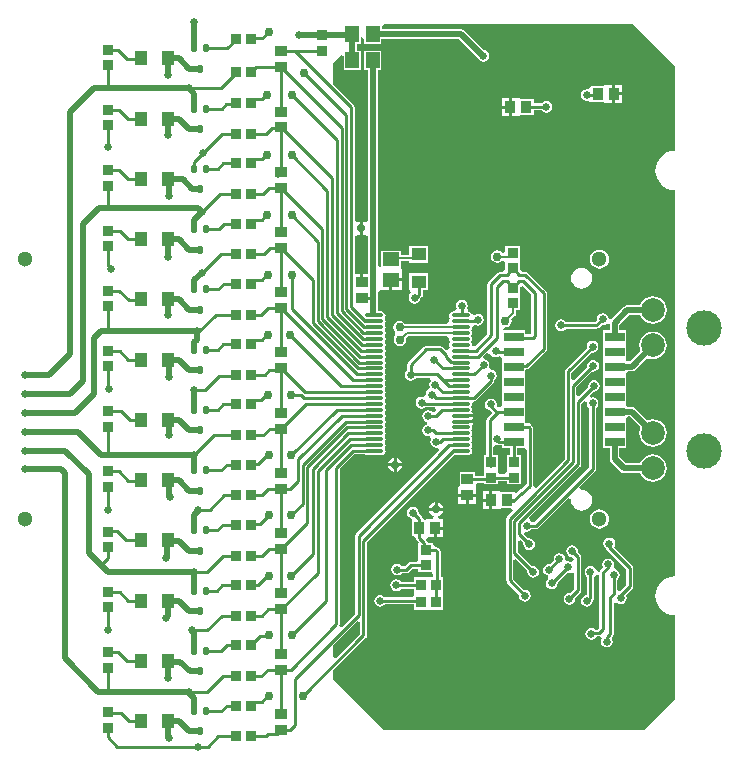
<source format=gtl>
G04*
G04 #@! TF.GenerationSoftware,Altium Limited,Altium Designer,20.0.10 (225)*
G04*
G04 Layer_Physical_Order=1*
G04 Layer_Color=255*
%FSLAX25Y25*%
%MOIN*%
G70*
G01*
G75*
%ADD15C,0.01000*%
G04:AMPARAMS|DCode=17|XSize=19.68mil|YSize=29.53mil|CornerRadius=4.92mil|HoleSize=0mil|Usage=FLASHONLY|Rotation=0.000|XOffset=0mil|YOffset=0mil|HoleType=Round|Shape=RoundedRectangle|*
%AMROUNDEDRECTD17*
21,1,0.01968,0.01968,0,0,0.0*
21,1,0.00984,0.02953,0,0,0.0*
1,1,0.00984,0.00492,-0.00984*
1,1,0.00984,-0.00492,-0.00984*
1,1,0.00984,-0.00492,0.00984*
1,1,0.00984,0.00492,0.00984*
%
%ADD17ROUNDEDRECTD17*%
%ADD18R,0.03347X0.03740*%
%ADD19R,0.03740X0.03347*%
%ADD20R,0.04528X0.05315*%
%ADD21R,0.03543X0.03937*%
%ADD22R,0.03937X0.03543*%
%ADD23R,0.05315X0.04528*%
%ADD24R,0.06575X0.02992*%
%ADD25R,0.05118X0.04331*%
%ADD26O,0.06299X0.01339*%
%ADD27R,0.04331X0.05118*%
%ADD43C,0.00800*%
%ADD44C,0.01968*%
%ADD45C,0.05118*%
%ADD46C,0.07874*%
%ADD47C,0.11811*%
%ADD48C,0.02756*%
%ADD49C,0.02681*%
%ADD50C,0.03000*%
G36*
X221949Y249803D02*
X236220Y235532D01*
Y207324D01*
X234945Y207199D01*
X233719Y206827D01*
X232589Y206223D01*
X231598Y205410D01*
X230785Y204419D01*
X230181Y203289D01*
X229809Y202063D01*
X229683Y200787D01*
X229809Y199512D01*
X230181Y198286D01*
X230785Y197156D01*
X231598Y196165D01*
X232589Y195352D01*
X233719Y194748D01*
X234945Y194376D01*
X236220Y194250D01*
X236220Y65592D01*
X234945Y65467D01*
X233719Y65095D01*
X232589Y64490D01*
X231598Y63678D01*
X230785Y62687D01*
X230181Y61557D01*
X229809Y60330D01*
X229683Y59055D01*
X229809Y57780D01*
X230181Y56554D01*
X230785Y55423D01*
X231598Y54433D01*
X232589Y53620D01*
X233719Y53016D01*
X234945Y52644D01*
X236220Y52518D01*
Y24803D01*
X225787Y14370D01*
X139208Y14370D01*
X122343Y31236D01*
Y34208D01*
X133206Y45072D01*
X133206Y45072D01*
X133449Y45436D01*
X133535Y45865D01*
Y77004D01*
X162520Y105989D01*
X167244D01*
X167739Y106088D01*
X168159Y106368D01*
X168440Y106788D01*
X168538Y107283D01*
X168440Y107779D01*
X168194Y108268D01*
X168440Y108757D01*
X168538Y109252D01*
X168440Y109747D01*
X168194Y110236D01*
X168440Y110725D01*
X168538Y111220D01*
X168440Y111716D01*
X168194Y112205D01*
X168440Y112694D01*
X168538Y113189D01*
X168440Y113684D01*
X168194Y114173D01*
X168440Y114662D01*
X168538Y115157D01*
X168440Y115653D01*
X168404Y115706D01*
X168448Y115922D01*
X168816Y116475D01*
X168847Y116626D01*
X164764D01*
Y117626D01*
X168847D01*
X168816Y117777D01*
X168594Y118110D01*
X168816Y118443D01*
X168847Y118594D01*
X164764D01*
Y119594D01*
X168847D01*
X168816Y119746D01*
X168448Y120298D01*
X168404Y120515D01*
X168440Y120568D01*
X168538Y121063D01*
X168440Y121558D01*
X168194Y122047D01*
X168440Y122536D01*
X168538Y123032D01*
X169162Y123838D01*
X169307Y123901D01*
X169622Y123964D01*
X169986Y124207D01*
X175695Y129916D01*
X175695Y129916D01*
X175938Y130280D01*
X176023Y130709D01*
X176023Y130709D01*
Y130896D01*
X176301Y131081D01*
X176730Y131723D01*
X176880Y132480D01*
X176730Y133238D01*
X176301Y133879D01*
X175659Y134308D01*
X174987Y134442D01*
X174765Y134666D01*
X174307Y135360D01*
X174419Y135925D01*
X174269Y136682D01*
X173840Y137324D01*
X173198Y137753D01*
X172689Y137854D01*
X172343Y138560D01*
X172296Y138875D01*
X173560Y140139D01*
X174645Y139810D01*
X174648Y139794D01*
X175077Y139152D01*
X175719Y138723D01*
X176476Y138573D01*
X177234Y138723D01*
X177632Y138990D01*
X177860Y138906D01*
X178632Y138357D01*
Y137549D01*
X178632D01*
Y133549D01*
X178632Y133357D01*
Y132549D01*
X178632Y132357D01*
Y128549D01*
X178632Y128357D01*
Y127549D01*
X178632Y127357D01*
Y123549D01*
X178632Y123357D01*
Y122549D01*
X178352Y122030D01*
X177972Y121888D01*
X177207Y121853D01*
X177013Y122055D01*
X176766Y122421D01*
X176849Y122835D01*
X176698Y123592D01*
X176269Y124234D01*
X175627Y124663D01*
X174870Y124813D01*
X174113Y124663D01*
X173471Y124234D01*
X173042Y123592D01*
X172891Y122835D01*
X173042Y122077D01*
X173471Y121435D01*
X174113Y121007D01*
X174515Y120927D01*
X175369Y120072D01*
X173722Y118425D01*
X173479Y118061D01*
X173393Y117631D01*
X173393Y117631D01*
Y105816D01*
X172432D01*
Y101698D01*
X172432Y100984D01*
X172432Y100270D01*
Y98956D01*
X169613D01*
Y100206D01*
X164476D01*
Y96126D01*
X164076Y95291D01*
X164076Y94629D01*
Y93020D01*
X167045D01*
X170013D01*
Y94629D01*
X170013Y95291D01*
X169811Y95713D01*
X170342Y96713D01*
X172432D01*
Y96152D01*
X177372D01*
Y97304D01*
X180109D01*
Y96152D01*
X185049D01*
Y100270D01*
X185049Y100984D01*
X185049Y101698D01*
Y105817D01*
X183641D01*
Y108357D01*
X186407Y108357D01*
X186771Y107508D01*
Y96160D01*
X183294Y93174D01*
X182557Y93513D01*
Y93513D01*
X178476D01*
X177642Y93913D01*
X176979Y93913D01*
X175370D01*
Y90945D01*
Y87976D01*
X176979D01*
X177642Y87976D01*
X178476Y88376D01*
X181756D01*
X182170Y87376D01*
X180341Y85547D01*
X180098Y85184D01*
X180013Y84754D01*
X180013Y84754D01*
Y64193D01*
X180013Y64193D01*
X180098Y63764D01*
X180341Y63400D01*
X184313Y59428D01*
X184248Y59101D01*
X184399Y58344D01*
X184828Y57702D01*
X185470Y57273D01*
X186227Y57122D01*
X186984Y57273D01*
X187626Y57702D01*
X188055Y58344D01*
X188205Y59101D01*
X188055Y59858D01*
X187626Y60500D01*
X186984Y60929D01*
X186227Y61080D01*
X185899Y61014D01*
X182256Y64658D01*
Y70830D01*
X183180Y71213D01*
X187038Y67355D01*
X186973Y67028D01*
X187123Y66270D01*
X187552Y65628D01*
X188194Y65200D01*
X188951Y65049D01*
X189708Y65200D01*
X190350Y65628D01*
X190779Y66270D01*
X190930Y67028D01*
X190779Y67785D01*
X190350Y68427D01*
X189708Y68856D01*
X188951Y69006D01*
X188624Y68941D01*
X183856Y73709D01*
Y77154D01*
X184780Y77537D01*
X185685Y76632D01*
X185620Y76305D01*
X185770Y75548D01*
X186199Y74906D01*
X186841Y74477D01*
X187598Y74326D01*
X188356Y74477D01*
X188997Y74906D01*
X189426Y75548D01*
X189577Y76305D01*
X189426Y77062D01*
X188997Y77704D01*
X188356Y78133D01*
X187598Y78283D01*
X187271Y78218D01*
X185894Y79595D01*
X186354Y80455D01*
X186456Y80503D01*
X186775Y80439D01*
X187532Y80590D01*
X188174Y81019D01*
X188359Y81296D01*
X189800D01*
X189800Y81296D01*
X190229Y81382D01*
X190593Y81625D01*
X200733Y91765D01*
X201680Y91298D01*
X201634Y90945D01*
X201753Y90043D01*
X202101Y89203D01*
X202654Y88481D01*
X203376Y87928D01*
X204216Y87580D01*
X205118Y87461D01*
X206020Y87580D01*
X206860Y87928D01*
X207582Y88481D01*
X208136Y89203D01*
X208484Y90043D01*
X208602Y90945D01*
X208484Y91847D01*
X208136Y92687D01*
X207582Y93409D01*
X206860Y93962D01*
X206020Y94310D01*
X205118Y94429D01*
X204765Y94383D01*
X204298Y95330D01*
X209553Y100585D01*
X209553Y100585D01*
X209796Y100949D01*
X209881Y101378D01*
X209881Y101378D01*
Y121644D01*
X210159Y121829D01*
X210588Y122471D01*
X210738Y123228D01*
X210588Y123986D01*
X210159Y124627D01*
X209517Y125056D01*
X208760Y125207D01*
X208340Y125124D01*
X207848Y126045D01*
X208925Y127122D01*
X209252Y127057D01*
X210009Y127208D01*
X210651Y127636D01*
X211080Y128278D01*
X211230Y129035D01*
X211080Y129793D01*
X210651Y130435D01*
X210009Y130863D01*
X209252Y131014D01*
X208495Y130863D01*
X207853Y130435D01*
X207424Y129793D01*
X207273Y129035D01*
X207339Y128708D01*
X204205Y125574D01*
X203281Y125957D01*
Y128466D01*
X208629Y133815D01*
X208957Y133750D01*
X209714Y133900D01*
X210356Y134329D01*
X210785Y134971D01*
X210935Y135728D01*
X210785Y136486D01*
X210356Y137127D01*
X209714Y137556D01*
X208957Y137707D01*
X208200Y137556D01*
X207558Y137127D01*
X207129Y136486D01*
X206978Y135728D01*
X207043Y135401D01*
X202605Y130962D01*
X201681Y131345D01*
Y133461D01*
X208433Y140213D01*
X208760Y140147D01*
X209517Y140298D01*
X210159Y140727D01*
X210588Y141369D01*
X210738Y142126D01*
X210588Y142883D01*
X210159Y143525D01*
X209517Y143954D01*
X208760Y144105D01*
X208003Y143954D01*
X207361Y143525D01*
X206932Y142883D01*
X206781Y142126D01*
X206846Y141799D01*
X199766Y134718D01*
X199523Y134354D01*
X199438Y133925D01*
X199438Y133925D01*
Y104643D01*
X189933Y95139D01*
X189919Y95143D01*
X189170Y95487D01*
X189006Y95603D01*
X189014Y95645D01*
Y114867D01*
X188929Y115296D01*
X188686Y115660D01*
X188686Y115660D01*
X188393Y115953D01*
X188393Y115953D01*
X188100Y116246D01*
X188100Y116246D01*
X187736Y116489D01*
X187307Y116574D01*
X186407Y116786D01*
Y117357D01*
X186407Y117549D01*
Y118357D01*
X186407Y118549D01*
Y122357D01*
X186407Y122549D01*
Y123357D01*
X186407Y123549D01*
Y127357D01*
X186407Y127549D01*
Y128357D01*
X186407Y128549D01*
Y132357D01*
X186407Y132549D01*
Y133357D01*
X186407Y133695D01*
X186721Y134597D01*
X187150Y134682D01*
X187514Y134925D01*
X193239Y140650D01*
X193239Y140650D01*
X193483Y141014D01*
X193568Y141443D01*
X193568Y141443D01*
Y159947D01*
X193568Y159947D01*
X193483Y160376D01*
X193239Y160740D01*
X193239Y160740D01*
X187177Y166803D01*
X186813Y167046D01*
X186384Y167131D01*
X186383Y167131D01*
X185650D01*
X184655Y168130D01*
X184655Y170768D01*
X184655Y171482D01*
Y175600D01*
X179715D01*
Y173763D01*
X178715Y173459D01*
X178581Y173660D01*
X177886Y174124D01*
X177067Y174287D01*
X176248Y174124D01*
X175553Y173660D01*
X175089Y172965D01*
X174926Y172146D01*
X175089Y171326D01*
X175553Y170632D01*
X176248Y170168D01*
X177067Y170004D01*
X177886Y170168D01*
X178581Y170632D01*
X179320Y170573D01*
X179715Y170230D01*
Y168130D01*
X178720Y167131D01*
X177987D01*
X177987Y167131D01*
X177557Y167046D01*
X177557Y167046D01*
X177193Y166803D01*
X177193Y166803D01*
X174077Y163687D01*
X174077Y163687D01*
X173925Y163460D01*
X173834Y163323D01*
X173748Y162893D01*
X173749Y162893D01*
Y146328D01*
X169827Y142406D01*
X168827Y142416D01*
X168538Y142717D01*
X168440Y143212D01*
X168194Y143701D01*
X168440Y144190D01*
X168538Y144685D01*
X168440Y145180D01*
X168194Y145669D01*
X168440Y146158D01*
X168538Y146654D01*
X168440Y147149D01*
X168194Y147638D01*
X168440Y148127D01*
X168538Y148622D01*
X169316Y149469D01*
X169494D01*
X169815Y149255D01*
X170572Y149104D01*
X171329Y149255D01*
X171971Y149684D01*
X172400Y150326D01*
X172550Y151083D01*
X172400Y151840D01*
X171971Y152482D01*
X171329Y152911D01*
X170572Y153061D01*
X169815Y152911D01*
X169510Y152707D01*
X168450Y153046D01*
X168440Y153054D01*
X168159Y153474D01*
X167739Y153755D01*
X167356Y153831D01*
X167123Y154163D01*
X166854Y154853D01*
X166985Y155050D01*
X167136Y155807D01*
X166985Y156564D01*
X166557Y157206D01*
X165915Y157635D01*
X165157Y157786D01*
X164400Y157635D01*
X163758Y157206D01*
X163330Y156564D01*
X163179Y155807D01*
X163330Y155050D01*
X163461Y154853D01*
X162926Y153853D01*
X162284D01*
X161788Y153755D01*
X161368Y153474D01*
X161088Y153054D01*
X160989Y152559D01*
X161088Y152064D01*
X161334Y151575D01*
X161088Y151086D01*
X160989Y150591D01*
X160309Y149680D01*
X160236Y149642D01*
X146333D01*
X146002Y150136D01*
X145308Y150600D01*
X144488Y150763D01*
X143669Y150600D01*
X142974Y150136D01*
X142510Y149441D01*
X142347Y148622D01*
X142510Y147803D01*
X142974Y147108D01*
X143025Y147074D01*
X143073Y145904D01*
X142608Y145209D01*
X142446Y144390D01*
X142608Y143570D01*
X143073Y142876D01*
X143767Y142412D01*
X144587Y142249D01*
X145406Y142412D01*
X146101Y142876D01*
X146565Y143570D01*
X146728Y144390D01*
X146626Y144902D01*
X147281Y145634D01*
X160236D01*
X160309Y145595D01*
X160989Y144685D01*
X161088Y144190D01*
X161334Y143701D01*
X161088Y143212D01*
X160989Y142717D01*
X161088Y142221D01*
X161167Y142064D01*
X160840Y141249D01*
X159824Y140972D01*
X158667Y142128D01*
X158303Y142371D01*
X157874Y142457D01*
X157874Y142457D01*
X153420D01*
X153420Y142457D01*
X152991Y142371D01*
X152627Y142128D01*
X152627Y142128D01*
X147349Y136850D01*
X147106Y136486D01*
X147020Y136057D01*
X147020Y136057D01*
Y134262D01*
X146743Y134076D01*
X146314Y133434D01*
X146163Y132677D01*
X146314Y131920D01*
X146743Y131278D01*
X147385Y130849D01*
X148142Y130699D01*
X148899Y130849D01*
X149541Y131278D01*
X149858Y131752D01*
X154479D01*
X154754Y131175D01*
X154855Y130752D01*
X154485Y130198D01*
X154334Y129441D01*
X154485Y128684D01*
X154361Y127911D01*
X153719Y127482D01*
X153290Y126840D01*
X153139Y126083D01*
X153141Y126076D01*
X152970Y125829D01*
X152273Y125313D01*
X151816Y125404D01*
X151058Y125253D01*
X150417Y124824D01*
X149988Y124182D01*
X149837Y123425D01*
X149988Y122668D01*
X150417Y122026D01*
X151058Y121597D01*
X151816Y121447D01*
X152573Y121597D01*
X153041Y121910D01*
X156203D01*
X156649Y120930D01*
X156237Y120381D01*
X155434Y120347D01*
X154793Y120776D01*
X154035Y120927D01*
X153278Y120776D01*
X152636Y120347D01*
X152207Y119705D01*
X152057Y118948D01*
X152207Y118191D01*
X152636Y117549D01*
X153278Y117120D01*
X153429Y117090D01*
Y116070D01*
X153278Y116041D01*
X152636Y115612D01*
X152207Y114970D01*
X152057Y114213D01*
X152207Y113455D01*
X152636Y112813D01*
X153278Y112385D01*
X154035Y112234D01*
X154441Y112315D01*
X155036Y111436D01*
X154806Y111092D01*
X154655Y110335D01*
X154806Y109578D01*
X155235Y108936D01*
X155877Y108507D01*
X156634Y108356D01*
X157192Y108467D01*
X157685Y107855D01*
X157781Y107642D01*
X130020Y79881D01*
X129777Y79517D01*
X129691Y79088D01*
X129692Y79088D01*
Y53037D01*
X125186Y48531D01*
X124381Y49126D01*
X124466Y49555D01*
X124466Y49555D01*
Y101226D01*
X129401Y106162D01*
X132937D01*
X133048Y106088D01*
X133543Y105989D01*
X138504D01*
X138999Y106088D01*
X139419Y106368D01*
X139700Y106788D01*
X139798Y107283D01*
X139700Y107779D01*
X139454Y108268D01*
X139700Y108757D01*
X139798Y109252D01*
X139700Y109747D01*
X139454Y110236D01*
X139700Y110725D01*
X139798Y111220D01*
X139700Y111716D01*
X139454Y112205D01*
X139700Y112694D01*
X139798Y113189D01*
X139700Y113684D01*
X139454Y114173D01*
X139700Y114662D01*
X139798Y115157D01*
X139700Y115653D01*
X139454Y116142D01*
X139700Y116631D01*
X139798Y117126D01*
X139700Y117621D01*
X139454Y118110D01*
X139700Y118599D01*
X139798Y119094D01*
X139700Y119590D01*
X139454Y120079D01*
X139700Y120568D01*
X139798Y121063D01*
X139700Y121558D01*
X139454Y122047D01*
X139700Y122536D01*
X139798Y123032D01*
X139700Y123527D01*
X139454Y124016D01*
X139700Y124505D01*
X139798Y125000D01*
X139700Y125495D01*
X139454Y125984D01*
X139700Y126473D01*
X139798Y126969D01*
X139700Y127464D01*
X139454Y127953D01*
X139700Y128442D01*
X139798Y128937D01*
X139700Y129432D01*
X139454Y129921D01*
X139700Y130410D01*
X139798Y130906D01*
X139700Y131401D01*
X139454Y131890D01*
X139700Y132379D01*
X139798Y132874D01*
X139700Y133369D01*
X139454Y133858D01*
X139700Y134347D01*
X139798Y134843D01*
X139700Y135338D01*
X139454Y135827D01*
X139700Y136316D01*
X139798Y136811D01*
X139700Y137306D01*
X139454Y137795D01*
X139700Y138284D01*
X139798Y138780D01*
X139700Y139275D01*
X139454Y139764D01*
X139700Y140253D01*
X139798Y140748D01*
X139700Y141243D01*
X139454Y141732D01*
X139700Y142221D01*
X139798Y142717D01*
X139700Y143212D01*
X139454Y143701D01*
X139700Y144190D01*
X139798Y144685D01*
X139700Y145180D01*
X139454Y145669D01*
X139700Y146158D01*
X139798Y146654D01*
X139700Y147149D01*
X139454Y147638D01*
X139700Y148127D01*
X139798Y148622D01*
X139700Y149117D01*
X139454Y149606D01*
X139700Y150095D01*
X139798Y150591D01*
X139700Y151086D01*
X139454Y151575D01*
X139700Y152064D01*
X139798Y152559D01*
X139700Y153054D01*
X139419Y153474D01*
X138999Y153755D01*
X138504Y153853D01*
X137147D01*
Y158455D01*
Y160457D01*
X137878Y161106D01*
X138147Y161106D01*
X141035D01*
Y164370D01*
X141535D01*
Y164870D01*
X145193D01*
Y167562D01*
X145193Y167634D01*
X144793Y168468D01*
X144793Y168634D01*
Y170628D01*
X147628D01*
Y170069D01*
X153946D01*
Y175600D01*
X147628D01*
Y172667D01*
X144793D01*
Y174124D01*
X138278D01*
Y168616D01*
X138147Y168514D01*
X137523Y168741D01*
X137147Y169181D01*
Y234243D01*
X138395D01*
Y240757D01*
X132668D01*
Y234243D01*
X133916D01*
Y184073D01*
X132916Y183539D01*
X132621Y183736D01*
X132193Y183821D01*
Y181496D01*
Y179171D01*
X132621Y179256D01*
X132916Y179454D01*
X133916Y178919D01*
Y166256D01*
X132291D01*
Y163484D01*
X131291D01*
Y166256D01*
X129468D01*
Y178920D01*
X130468Y179455D01*
X130765Y179256D01*
X131193Y179171D01*
Y181496D01*
Y183821D01*
X130765Y183736D01*
X130468Y183538D01*
X129468Y184072D01*
Y221959D01*
X129383Y222388D01*
X129140Y222752D01*
X129140Y222752D01*
X122343Y229549D01*
Y236811D01*
X124854Y239323D01*
X125778Y238940D01*
Y234243D01*
X131506D01*
Y240757D01*
X130257D01*
Y243002D01*
X131506D01*
Y245229D01*
X131668Y245337D01*
X132668Y244802D01*
Y243002D01*
X138395D01*
Y244644D01*
X164292D01*
X170489Y238447D01*
X170515Y238318D01*
X170943Y237676D01*
X171585Y237247D01*
X172343Y237096D01*
X173100Y237247D01*
X173742Y237676D01*
X174171Y238318D01*
X174321Y239075D01*
X174171Y239832D01*
X173742Y240474D01*
X173100Y240903D01*
X172478Y241026D01*
X166103Y247402D01*
X165579Y247752D01*
X164961Y247875D01*
X138601D01*
X138459Y248875D01*
X139277Y249803D01*
X221949Y249803D01*
D02*
G37*
G36*
X188303Y159676D02*
Y146157D01*
X186407D01*
Y147549D01*
X179193D01*
X179070Y147867D01*
X179697Y148553D01*
X179724Y148548D01*
X180544Y148711D01*
X181238Y149175D01*
X181703Y149870D01*
X181866Y150689D01*
X181749Y151272D01*
X182906Y152429D01*
X183127Y152759D01*
X183205Y153150D01*
Y154420D01*
X184655D01*
Y158966D01*
X184655D01*
Y159538D01*
X184655D01*
Y161910D01*
X185655Y162324D01*
X188303Y159676D01*
D02*
G37*
G36*
X177723Y109331D02*
X178632Y109166D01*
Y108357D01*
X181398D01*
Y105817D01*
X180109D01*
Y101698D01*
X180109Y100984D01*
X180109Y100254D01*
X179402Y99547D01*
X178079D01*
X177372Y100254D01*
X177372Y100984D01*
X177372Y101698D01*
Y105816D01*
X175636D01*
Y108657D01*
X176637Y109305D01*
X176955Y109242D01*
X177564Y109363D01*
X177723Y109331D01*
D02*
G37*
G36*
X206865Y123648D02*
X206781Y123228D01*
X206932Y122471D01*
X207361Y121829D01*
X207638Y121644D01*
Y101842D01*
X189335Y83539D01*
X188359D01*
X188174Y83817D01*
X187904Y83998D01*
X187655Y85163D01*
X204552Y102060D01*
X204795Y102424D01*
X204881Y102854D01*
X204881Y102854D01*
Y123078D01*
X205943Y124140D01*
X206865Y123648D01*
D02*
G37*
G36*
X131291Y50158D02*
Y46330D01*
X123266Y38304D01*
X122343Y38687D01*
Y42515D01*
X130368Y50541D01*
X131291Y50158D01*
D02*
G37*
%LPC*%
G36*
X213075Y229346D02*
X212241Y228946D01*
X208160D01*
Y228515D01*
X207160Y227889D01*
X206791Y227963D01*
X206034Y227812D01*
X205392Y227383D01*
X204963Y226741D01*
X204813Y225984D01*
X204963Y225227D01*
X205392Y224585D01*
X206034Y224156D01*
X206791Y224006D01*
X207160Y224079D01*
X208160Y223809D01*
Y223810D01*
X212241D01*
X213075Y223409D01*
X213738Y223410D01*
X215347D01*
Y226378D01*
Y229346D01*
X213075D01*
D02*
G37*
G36*
X216347Y229346D02*
Y226878D01*
X218618D01*
Y229346D01*
X216347D01*
D02*
G37*
G36*
X218618Y225878D02*
X216347D01*
Y223410D01*
X218618D01*
Y225878D01*
D02*
G37*
G36*
X180906Y224927D02*
X178635D01*
Y222459D01*
X180906D01*
Y224927D01*
D02*
G37*
G36*
X184178Y224927D02*
X183515Y224927D01*
X181906D01*
Y221959D01*
Y218990D01*
X183515D01*
X184178Y218990D01*
X185012Y219391D01*
X189093D01*
Y220926D01*
X191821D01*
X192006Y220648D01*
X192648Y220219D01*
X193405Y220069D01*
X194163Y220219D01*
X194805Y220648D01*
X195234Y221290D01*
X195384Y222047D01*
X195234Y222804D01*
X194805Y223446D01*
X194163Y223875D01*
X193405Y224026D01*
X192648Y223875D01*
X192006Y223446D01*
X191821Y223169D01*
X189093D01*
Y224528D01*
X185012D01*
X184178Y224927D01*
D02*
G37*
G36*
X180906Y221459D02*
X178635D01*
Y218990D01*
X180906D01*
Y221459D01*
D02*
G37*
G36*
X211024Y174446D02*
X210199Y174338D01*
X209431Y174019D01*
X208771Y173513D01*
X208264Y172853D01*
X207946Y172084D01*
X207837Y171260D01*
X207946Y170435D01*
X208264Y169667D01*
X208771Y169007D01*
X209431Y168500D01*
X210199Y168182D01*
X211024Y168073D01*
X211848Y168182D01*
X212617Y168500D01*
X213277Y169007D01*
X213783Y169667D01*
X214101Y170435D01*
X214210Y171260D01*
X214101Y172084D01*
X213783Y172853D01*
X213277Y173513D01*
X212617Y174019D01*
X211848Y174338D01*
X211024Y174446D01*
D02*
G37*
G36*
X205118Y168445D02*
X204216Y168326D01*
X203376Y167978D01*
X202654Y167424D01*
X202101Y166703D01*
X201753Y165862D01*
X201634Y164961D01*
X201753Y164059D01*
X202101Y163219D01*
X202654Y162497D01*
X203376Y161943D01*
X204216Y161595D01*
X205118Y161477D01*
X206020Y161595D01*
X206860Y161943D01*
X207582Y162497D01*
X208136Y163219D01*
X208484Y164059D01*
X208602Y164961D01*
X208484Y165862D01*
X208136Y166703D01*
X207582Y167424D01*
X206860Y167978D01*
X206020Y168326D01*
X205118Y168445D01*
D02*
G37*
G36*
X145193Y163870D02*
X142035D01*
Y161106D01*
X145193D01*
Y163870D01*
D02*
G37*
G36*
X153946Y166545D02*
X147628D01*
Y161014D01*
X147991D01*
X148294Y160014D01*
X148055Y159854D01*
X147626Y159213D01*
X147476Y158455D01*
X147626Y157698D01*
X148055Y157056D01*
X148697Y156627D01*
X149454Y156477D01*
X150212Y156627D01*
X150854Y157056D01*
X151283Y157698D01*
X151373Y158154D01*
X151876Y158656D01*
X151876Y158656D01*
X152119Y159020D01*
X152204Y159449D01*
Y161014D01*
X153946D01*
Y166545D01*
D02*
G37*
G36*
X228898Y158907D02*
X227713Y158751D01*
X226610Y158294D01*
X225662Y157566D01*
X224935Y156619D01*
X224656Y155946D01*
X220385D01*
X219766Y155823D01*
X219242Y155473D01*
X215029Y151259D01*
X214994Y151260D01*
X214663Y151316D01*
X214022Y151586D01*
X213934Y152026D01*
X213505Y152668D01*
X212863Y153097D01*
X212106Y153248D01*
X211349Y153097D01*
X210707Y152668D01*
X210278Y152026D01*
X210128Y151269D01*
X210162Y151095D01*
X209488Y150334D01*
X199911D01*
X199726Y150612D01*
X199084Y151041D01*
X198327Y151191D01*
X197570Y151041D01*
X196928Y150612D01*
X196499Y149970D01*
X196348Y149213D01*
X196499Y148455D01*
X196928Y147813D01*
X197570Y147385D01*
X198327Y147234D01*
X199084Y147385D01*
X199726Y147813D01*
X199911Y148091D01*
X210050D01*
X210050Y148091D01*
X210479Y148176D01*
X210843Y148419D01*
X211779Y149355D01*
X212106Y149290D01*
X212863Y149441D01*
X213505Y149870D01*
X214487Y149539D01*
Y147549D01*
X212215D01*
Y143549D01*
X212215Y143357D01*
Y142549D01*
X212215Y142357D01*
Y138549D01*
X212215Y138357D01*
Y137549D01*
X212215Y137357D01*
Y133549D01*
X212215Y133357D01*
Y132549D01*
X212215Y132357D01*
Y128549D01*
X212215Y128357D01*
Y127549D01*
X212215Y127357D01*
Y123549D01*
X212215Y123357D01*
Y122549D01*
X212215Y122357D01*
Y118549D01*
X212215Y118357D01*
Y117549D01*
X212215Y117357D01*
Y113549D01*
X212215Y113357D01*
Y112549D01*
X212215Y112357D01*
Y108357D01*
X214487D01*
Y104764D01*
X214610Y104146D01*
X214960Y103622D01*
X218149Y100433D01*
X218673Y100083D01*
X219291Y99960D01*
X224656D01*
X224935Y99287D01*
X225662Y98339D01*
X226610Y97612D01*
X227713Y97155D01*
X228898Y96999D01*
X230082Y97155D01*
X231186Y97612D01*
X232134Y98339D01*
X232861Y99287D01*
X233318Y100391D01*
X233474Y101575D01*
X233318Y102759D01*
X232861Y103863D01*
X232134Y104811D01*
X231186Y105538D01*
X230082Y105995D01*
X228898Y106151D01*
X227713Y105995D01*
X226610Y105538D01*
X225662Y104811D01*
X224935Y103863D01*
X224656Y103190D01*
X219960D01*
X217718Y105433D01*
Y108357D01*
X219990D01*
Y112357D01*
X219990Y112549D01*
Y113357D01*
X219990Y113549D01*
Y117357D01*
X219990Y117549D01*
Y118357D01*
X220870Y118837D01*
X221162D01*
X224756Y115243D01*
X224477Y114570D01*
X224322Y113386D01*
X224477Y112201D01*
X224935Y111098D01*
X225662Y110150D01*
X226610Y109423D01*
X227713Y108966D01*
X228898Y108810D01*
X230082Y108966D01*
X231186Y109423D01*
X232134Y110150D01*
X232861Y111098D01*
X233318Y112201D01*
X233474Y113386D01*
X233318Y114570D01*
X232861Y115674D01*
X232134Y116622D01*
X231186Y117349D01*
X230082Y117806D01*
X228898Y117962D01*
X227713Y117806D01*
X227041Y117527D01*
X222973Y121595D01*
X222449Y121945D01*
X221831Y122068D01*
X220471D01*
X219990Y122549D01*
Y123357D01*
X219990Y123549D01*
Y127357D01*
X219990Y127549D01*
Y128357D01*
X219990Y128549D01*
Y132357D01*
X219990Y132549D01*
Y133357D01*
X220870Y133837D01*
X221831D01*
X222449Y133960D01*
X222973Y134311D01*
X227041Y138378D01*
X227713Y138100D01*
X228898Y137943D01*
X230082Y138100D01*
X231186Y138557D01*
X232134Y139284D01*
X232861Y140232D01*
X233318Y141335D01*
X233474Y142520D01*
X233318Y143704D01*
X232861Y144808D01*
X232134Y145756D01*
X231186Y146483D01*
X230082Y146940D01*
X228898Y147096D01*
X227713Y146940D01*
X226610Y146483D01*
X225662Y145756D01*
X224935Y144808D01*
X224477Y143704D01*
X224322Y142520D01*
X224477Y141335D01*
X224756Y140663D01*
X221380Y137286D01*
X220252Y137286D01*
X219990Y137549D01*
Y138357D01*
X219990Y138549D01*
Y142357D01*
X219990Y142549D01*
Y143357D01*
X219990Y143549D01*
Y147549D01*
X217718D01*
Y149380D01*
X221054Y152715D01*
X224656D01*
X224935Y152043D01*
X225662Y151095D01*
X226610Y150368D01*
X227713Y149910D01*
X228898Y149755D01*
X230082Y149910D01*
X231186Y150368D01*
X232134Y151095D01*
X232861Y152043D01*
X233318Y153146D01*
X233474Y154331D01*
X233318Y155515D01*
X232861Y156619D01*
X232134Y157566D01*
X231186Y158294D01*
X230082Y158751D01*
X228898Y158907D01*
D02*
G37*
G36*
X143425Y105079D02*
Y103254D01*
X145250D01*
X145165Y103682D01*
X144639Y104468D01*
X143853Y104994D01*
X143425Y105079D01*
D02*
G37*
G36*
X142425D02*
X141997Y104994D01*
X141210Y104468D01*
X140685Y103682D01*
X140600Y103254D01*
X142425D01*
Y105079D01*
D02*
G37*
G36*
X145250Y102254D02*
X143425D01*
Y100429D01*
X143853Y100514D01*
X144639Y101039D01*
X145165Y101826D01*
X145250Y102254D01*
D02*
G37*
G36*
X142425D02*
X140600D01*
X140685Y101826D01*
X141210Y101039D01*
X141997Y100514D01*
X142425Y100429D01*
Y102254D01*
D02*
G37*
G36*
X174370Y93913D02*
X172098D01*
Y91445D01*
X174370D01*
Y93913D01*
D02*
G37*
G36*
X170013Y92020D02*
X167545D01*
Y89748D01*
X170013D01*
Y92020D01*
D02*
G37*
G36*
X166545D02*
X164076D01*
Y89748D01*
X166545D01*
Y92020D01*
D02*
G37*
G36*
X157134Y90157D02*
Y88332D01*
X158959D01*
X158874Y88760D01*
X158348Y89546D01*
X157562Y90072D01*
X157134Y90157D01*
D02*
G37*
G36*
X156134D02*
X155706Y90072D01*
X154919Y89546D01*
X154394Y88760D01*
X154309Y88332D01*
X156134D01*
Y90157D01*
D02*
G37*
G36*
X174370Y90445D02*
X172098D01*
Y87976D01*
X174370D01*
Y90445D01*
D02*
G37*
G36*
X211024Y87832D02*
X210199Y87723D01*
X209431Y87405D01*
X208771Y86899D01*
X208264Y86239D01*
X207946Y85470D01*
X207837Y84646D01*
X207946Y83821D01*
X208264Y83052D01*
X208771Y82393D01*
X209431Y81886D01*
X210199Y81568D01*
X211024Y81459D01*
X211848Y81568D01*
X212617Y81886D01*
X213277Y82393D01*
X213783Y83052D01*
X214101Y83821D01*
X214210Y84646D01*
X214101Y85470D01*
X213783Y86239D01*
X213277Y86899D01*
X212617Y87405D01*
X211848Y87723D01*
X211024Y87832D01*
D02*
G37*
G36*
X159084Y81094D02*
X156813D01*
Y78626D01*
X159084D01*
Y81094D01*
D02*
G37*
G36*
X148917Y88790D02*
X148160Y88639D01*
X147518Y88210D01*
X147089Y87568D01*
X146939Y86811D01*
X147089Y86054D01*
X147518Y85412D01*
X148160Y84983D01*
X148182Y84979D01*
X148626Y84163D01*
Y79026D01*
X149180D01*
X149876Y78406D01*
X149962Y77976D01*
X150205Y77613D01*
X150828Y76990D01*
X150660Y76584D01*
X150660D01*
Y72466D01*
X150660Y71752D01*
X150660Y71022D01*
X149953Y70315D01*
X148142D01*
X148142Y70315D01*
X147713Y70229D01*
X147349Y69986D01*
X146280Y68917D01*
X145266D01*
X145081Y69194D01*
X144439Y69623D01*
X143682Y69774D01*
X142925Y69623D01*
X142283Y69194D01*
X141854Y68552D01*
X141703Y67795D01*
X141854Y67038D01*
X142283Y66396D01*
X142925Y65967D01*
X143682Y65817D01*
X144439Y65967D01*
X145081Y66396D01*
X145266Y66674D01*
X146744D01*
X146744Y66674D01*
X147173Y66759D01*
X147537Y67002D01*
X148606Y68071D01*
X150660D01*
Y66920D01*
X155185Y66920D01*
X155699Y65961D01*
X155527Y65584D01*
X155209Y65265D01*
X154167Y65265D01*
X153453Y65265D01*
X149335D01*
Y63720D01*
X144981D01*
X144795Y63998D01*
X144153Y64426D01*
X143396Y64577D01*
X142639Y64426D01*
X141997Y63998D01*
X141568Y63356D01*
X141418Y62598D01*
X141568Y61841D01*
X141997Y61199D01*
X142639Y60770D01*
X143396Y60620D01*
X144153Y60770D01*
X144795Y61199D01*
X144981Y61477D01*
X149335D01*
Y60397D01*
X149335Y60325D01*
Y59397D01*
X148905Y58503D01*
X139577D01*
X139391Y58781D01*
X138749Y59210D01*
X137992Y59360D01*
X137235Y59210D01*
X136593Y58781D01*
X136164Y58139D01*
X136014Y57382D01*
X136164Y56625D01*
X136593Y55983D01*
X137235Y55554D01*
X137992Y55403D01*
X138749Y55554D01*
X139391Y55983D01*
X139577Y56260D01*
X149335D01*
Y54457D01*
X153453D01*
X154167Y54457D01*
X154881Y54457D01*
X159000D01*
Y59397D01*
X159000D01*
Y60325D01*
X159000D01*
Y65265D01*
X158159D01*
Y73725D01*
X158074Y74155D01*
X157830Y74518D01*
X157830Y74518D01*
X157245Y75104D01*
X156881Y75347D01*
X156452Y75433D01*
X155600Y75887D01*
Y76584D01*
X154812D01*
X153852Y76673D01*
X153767Y77102D01*
X153523Y77466D01*
X153523Y77466D01*
X153238Y77752D01*
X153778Y78626D01*
X154204Y78626D01*
X155813D01*
Y81595D01*
X156313D01*
Y82095D01*
X159084D01*
Y84563D01*
X157515D01*
X157416Y85563D01*
X157562Y85592D01*
X158348Y86118D01*
X158874Y86904D01*
X158959Y87332D01*
X154309D01*
X154394Y86904D01*
X154919Y86118D01*
X155706Y85592D01*
X155851Y85563D01*
X155753Y84563D01*
X153541Y84563D01*
X152974Y84291D01*
X152102Y84816D01*
X152034Y85160D01*
X151791Y85524D01*
X151791Y85524D01*
X150831Y86484D01*
X150896Y86811D01*
X150745Y87568D01*
X150317Y88210D01*
X149675Y88639D01*
X148917Y88790D01*
D02*
G37*
G36*
X201969Y75896D02*
X201211Y75745D01*
X200569Y75316D01*
X200141Y74674D01*
X199990Y73917D01*
X200141Y73160D01*
X200569Y72518D01*
X201211Y72089D01*
X201969Y71939D01*
X202475Y71421D01*
X202505Y71200D01*
X202412Y70707D01*
X201405Y70294D01*
X201348Y70332D01*
X200591Y70482D01*
X200579Y70480D01*
X199715Y71260D01*
X199702Y71325D01*
X199564Y72017D01*
X199135Y72659D01*
X198493Y73088D01*
X197736Y73238D01*
X196979Y73088D01*
X196337Y72659D01*
X195908Y72017D01*
X195758Y71260D01*
X195823Y70933D01*
X194525Y69634D01*
X194202Y69698D01*
X193445Y69548D01*
X192803Y69119D01*
X192374Y68477D01*
X192224Y67720D01*
X192374Y66963D01*
X192803Y66321D01*
X193445Y65892D01*
X193822Y65817D01*
X194055Y64770D01*
X193788Y64591D01*
X193359Y63949D01*
X193208Y63192D01*
X193359Y62435D01*
X193788Y61793D01*
X194430Y61364D01*
X195187Y61213D01*
X195944Y61364D01*
X196586Y61793D01*
X197015Y62435D01*
X197165Y63192D01*
X197115Y63443D01*
X200263Y66590D01*
X200591Y66525D01*
X201348Y66676D01*
X201717Y66923D01*
X202608Y66573D01*
X202717Y66480D01*
Y61291D01*
X201410Y59984D01*
X201083Y60049D01*
X200325Y59899D01*
X199684Y59470D01*
X199255Y58828D01*
X199104Y58071D01*
X199255Y57314D01*
X199684Y56672D01*
X200325Y56243D01*
X201083Y56092D01*
X201840Y56243D01*
X202482Y56672D01*
X202911Y57314D01*
X203061Y58071D01*
X202996Y58398D01*
X204632Y60034D01*
X204632Y60034D01*
X204875Y60398D01*
X204960Y60827D01*
X204960Y60827D01*
Y72047D01*
X204875Y72476D01*
X204632Y72840D01*
X204632Y72840D01*
X203882Y73590D01*
X203947Y73917D01*
X203797Y74674D01*
X203368Y75316D01*
X202726Y75745D01*
X201969Y75896D01*
D02*
G37*
G36*
X214370Y78455D02*
X213613Y78304D01*
X212971Y77875D01*
X212542Y77234D01*
X212391Y76476D01*
X212542Y75719D01*
X212971Y75077D01*
X213322Y74843D01*
X213334Y74782D01*
X213577Y74418D01*
X220040Y67955D01*
Y62669D01*
X217968Y60597D01*
X216968Y61012D01*
Y64459D01*
X217246Y64644D01*
X217674Y65286D01*
X217825Y66043D01*
X217674Y66800D01*
X217246Y67442D01*
X216604Y67871D01*
X216453Y67901D01*
X215849Y68673D01*
X215850Y68963D01*
X215955Y69488D01*
X215804Y70245D01*
X215375Y70887D01*
X214734Y71316D01*
X213976Y71467D01*
X213219Y71316D01*
X212577Y70887D01*
X212148Y70245D01*
X211998Y69488D01*
X212148Y68731D01*
X212336Y68450D01*
X211371Y67484D01*
X211313Y67427D01*
X211287Y67396D01*
X211168Y67258D01*
X210891Y67078D01*
X209948Y67572D01*
X209936Y67595D01*
X209899Y67785D01*
X209470Y68427D01*
X208828Y68856D01*
X208071Y69006D01*
X207314Y68856D01*
X206672Y68427D01*
X206243Y67785D01*
X206092Y67028D01*
X206243Y66270D01*
X206672Y65628D01*
X206949Y65443D01*
Y59409D01*
X206890Y59360D01*
X206133Y59210D01*
X205491Y58781D01*
X205062Y58139D01*
X204911Y57382D01*
X205062Y56625D01*
X205491Y55983D01*
X206133Y55554D01*
X206890Y55403D01*
X207647Y55554D01*
X208289Y55983D01*
X208718Y56625D01*
X208868Y57382D01*
X208803Y57709D01*
X208864Y57770D01*
X208864Y57770D01*
X209107Y58134D01*
X209192Y58563D01*
Y65443D01*
X209470Y65628D01*
X209784Y66099D01*
X209899Y66270D01*
X209925Y66296D01*
X209987Y66354D01*
X210985Y65938D01*
Y48299D01*
X210487Y47802D01*
X209699D01*
X209123Y48186D01*
X208366Y48337D01*
X207609Y48186D01*
X206967Y47757D01*
X206538Y47115D01*
X206388Y46358D01*
X206538Y45601D01*
X206967Y44959D01*
X207609Y44530D01*
X208366Y44380D01*
X209123Y44530D01*
X209765Y44959D01*
X210166Y45558D01*
X210951D01*
X210952Y45558D01*
X211263Y45620D01*
X211564Y45362D01*
X211924Y44810D01*
X211755Y44556D01*
X211604Y43799D01*
X211755Y43042D01*
X212184Y42400D01*
X212825Y41971D01*
X213583Y41821D01*
X214340Y41971D01*
X214982Y42400D01*
X215411Y43042D01*
X215561Y43799D01*
X215411Y44556D01*
X215377Y44607D01*
X215458Y45565D01*
X215702Y45929D01*
X215787Y46358D01*
X215787Y46358D01*
Y56599D01*
X216787Y56903D01*
X216810Y56869D01*
X217452Y56440D01*
X218209Y56289D01*
X218966Y56440D01*
X219608Y56869D01*
X220037Y57511D01*
X220187Y58268D01*
X220037Y59025D01*
X219849Y59306D01*
X221954Y61412D01*
X221954Y61412D01*
X222198Y61775D01*
X222283Y62205D01*
Y68420D01*
X222283Y68420D01*
X222198Y68849D01*
X221954Y69213D01*
X221954Y69213D01*
X215898Y75270D01*
X216198Y75719D01*
X216349Y76476D01*
X216198Y77234D01*
X215769Y77875D01*
X215127Y78304D01*
X214370Y78455D01*
D02*
G37*
%LPD*%
D15*
X89961Y244448D02*
Y244644D01*
X87009Y241496D02*
X89961Y244448D01*
X79868Y241496D02*
X87009D01*
X94980Y233563D02*
Y233760D01*
X96457Y235236D01*
X104770D01*
X74114Y228445D02*
X84941D01*
X89862Y233366D01*
Y233563D01*
X175682Y97835D02*
X176272Y98424D01*
X167045Y97835D02*
X175682D01*
X176272Y98424D02*
X176857D01*
X176857Y98425D02*
X182579D01*
X176857Y98424D02*
X176857Y98425D01*
X182238Y90789D02*
X187893Y95645D01*
X181825Y90820D02*
X182238Y90789D01*
X180185Y90945D02*
X181825Y90820D01*
X187893Y95645D02*
Y114867D01*
X187600Y115160D02*
X187893Y114867D01*
X187307Y115453D02*
X187600Y115160D01*
X203759Y102854D02*
Y123543D01*
X184334Y83429D02*
X203759Y102854D01*
X182520Y115453D02*
X187307D01*
X202159Y103516D02*
Y128931D01*
X182734Y84092D02*
X202159Y103516D01*
X188095Y91715D02*
X188095D01*
X200559Y104179D02*
Y133925D01*
X188095Y91715D02*
X200559Y104179D01*
X189800Y82418D02*
X208760Y101378D01*
Y123228D01*
X186775Y82418D02*
X189800D01*
X174515Y117631D02*
X176955Y120072D01*
X174515Y102756D02*
Y117631D01*
Y102756D02*
X174902Y102369D01*
X203759Y123543D02*
X209252Y129035D01*
X202159Y128931D02*
X208957Y135728D01*
X182734Y73244D02*
Y84092D01*
Y73244D02*
X188951Y67028D01*
X151816Y123425D02*
X152270D01*
X152664Y123032D01*
X164764D01*
X200559Y133925D02*
X208760Y142126D01*
X181134Y84754D02*
X188095Y91715D01*
X181134Y64193D02*
Y84754D01*
Y64193D02*
X186227Y59101D01*
X164699Y136876D02*
X164764Y136811D01*
X161685Y136876D02*
X164699D01*
X159780Y138781D02*
X161685Y136876D01*
X159780Y138781D02*
Y139430D01*
X157874Y141335D02*
X159780Y139430D01*
X153420Y141335D02*
X157874D01*
X148142Y136057D02*
X153420Y141335D01*
X148142Y132677D02*
Y136057D01*
X164764Y132874D02*
X169390D01*
X172441Y135925D01*
X164764Y150591D02*
X169625D01*
X170117Y151083D01*
X170572D01*
X164764Y152559D02*
X165001D01*
X165157Y152715D01*
Y155807D01*
X177723Y110453D02*
X182520D01*
X176955Y111220D02*
X177723Y110453D01*
X176955Y120072D02*
X177336Y120453D01*
X174870Y122158D02*
X176955Y120072D01*
X174870Y122158D02*
Y122835D01*
X177336Y120453D02*
X182520D01*
Y103603D02*
Y110453D01*
Y103603D02*
X182579Y103543D01*
X85433Y32283D02*
X89961D01*
X80216Y27067D02*
X85433Y32283D01*
X74213Y27067D02*
X80216D01*
X95079Y152756D02*
X98275D01*
X100440Y154921D01*
X104770D01*
X95079Y172835D02*
X99114D01*
X101280Y175000D01*
X104770D01*
X95079Y192913D02*
X98868D01*
X101034Y195079D01*
X104770D01*
X104639Y215027D02*
X104770Y215157D01*
X101887Y215027D02*
X104639D01*
X99852Y212992D02*
X101887Y215027D01*
X95079Y212992D02*
X99852D01*
X186721Y221959D02*
X186809Y222047D01*
X193405D01*
X210138Y225984D02*
X210531Y226378D01*
X206791Y225984D02*
X210138D01*
X176575Y140453D02*
X182520D01*
X176476Y140551D02*
X176575Y140453D01*
X185555Y164010D02*
X189425Y160140D01*
Y145621D02*
Y160140D01*
X182937Y145035D02*
X188839D01*
X189425Y145621D01*
X182520Y145453D02*
X182937Y145035D01*
X183555Y163424D02*
X184141Y164010D01*
X183555Y162984D02*
Y163424D01*
X184141Y164010D02*
X185555D01*
X186384Y166010D02*
X192446Y159947D01*
X186721Y135718D02*
X192446Y141443D01*
Y159947D01*
X182785Y135718D02*
X186721D01*
X182520Y135453D02*
X182785Y135718D01*
X156018Y137584D02*
X158760Y134843D01*
X156018Y137584D02*
Y137697D01*
X158760Y134843D02*
X164764D01*
X131791Y158169D02*
X135245D01*
X135531Y158455D01*
X149454D02*
X150089D01*
X151083Y159449D01*
Y162697D01*
X148142Y132677D02*
X148339Y132874D01*
X158858Y130906D02*
X160762Y129002D01*
X156890Y132874D02*
X158858Y130906D01*
X164764D01*
X148339Y132874D02*
X156890D01*
X164699Y129002D02*
X164764Y128937D01*
X160762Y129002D02*
X164699D01*
X158785Y126969D02*
X164764D01*
X156313Y129441D02*
X158785Y126969D01*
X156656Y125000D02*
X164764D01*
X155573Y126083D02*
X156656Y125000D01*
X155118Y126083D02*
X155573D01*
X156634Y110335D02*
X157874D01*
X158760Y111220D01*
X164764D01*
X130813Y79088D02*
X160912Y109187D01*
X130813Y52572D02*
Y79088D01*
X154035Y114213D02*
X155610D01*
X156634Y113189D01*
X164764D01*
X154035Y118948D02*
X156639D01*
X158689Y120998D02*
X164699D01*
X156639Y118948D02*
X158689Y120998D01*
X164699D02*
X164764Y121063D01*
X162228Y107283D02*
X164764D01*
X132413Y77468D02*
X162228Y107283D01*
X160912Y109187D02*
X164699D01*
X164764Y109252D01*
X109539Y31298D02*
X130813Y52572D01*
X107972Y14370D02*
X109539Y15936D01*
Y31298D01*
X104770Y14370D02*
X107972D01*
X112139Y25591D02*
Y25591D01*
X132413Y45865D02*
Y77468D01*
X112139Y25591D02*
X132413Y45865D01*
X156726Y56927D02*
Y62795D01*
X153130Y74311D02*
X156452D01*
X156726Y62795D02*
X157037Y63106D01*
Y73725D01*
X156452Y74311D02*
X157037Y73725D01*
X152730Y74711D02*
X153130Y74311D01*
X152730Y74711D02*
Y76673D01*
X150998Y78406D02*
X152730Y76673D01*
X150998Y78406D02*
Y81595D01*
Y84730D01*
X148917Y86811D02*
X150998Y84730D01*
X151153Y57382D02*
X151608Y56927D01*
X137992Y57382D02*
X151153D01*
X151411Y62598D02*
X151608Y62795D01*
X143396Y62598D02*
X151411D01*
X148142Y69193D02*
X153130D01*
X143682Y67795D02*
X146744D01*
X148142Y69193D01*
X198327Y149213D02*
X210050D01*
X212106Y151269D01*
X169193Y125000D02*
X174902Y130709D01*
Y132480D01*
X164764Y125000D02*
X169193D01*
X184334Y79569D02*
X187598Y76305D01*
X184334Y79569D02*
Y83429D01*
X218209Y59252D02*
X221161Y62205D01*
X218209Y58268D02*
Y59252D01*
X214665Y46358D02*
Y58505D01*
X213583Y45276D02*
X214665Y46358D01*
X215846Y59686D02*
Y66043D01*
X214665Y58505D02*
X215846Y59686D01*
X213976Y68504D02*
Y69488D01*
X212106Y66634D02*
X213976Y68504D01*
X212106Y47835D02*
Y66634D01*
X214370Y75211D02*
Y76476D01*
Y75211D02*
X221161Y68420D01*
Y62205D02*
Y68420D01*
X208071Y58563D02*
Y67028D01*
X206890Y57382D02*
X208071Y58563D01*
X210952Y46680D02*
X212106Y47835D01*
X208688Y46680D02*
X210952D01*
X208366Y46358D02*
X208688Y46680D01*
X213583Y43799D02*
Y45276D01*
X195187Y63192D02*
X195279D01*
X200591Y68504D01*
X201969Y73917D02*
X203839Y72047D01*
Y60827D02*
Y72047D01*
X201083Y58071D02*
X203839Y60827D01*
X194202Y67720D02*
Y67726D01*
X197736Y71260D01*
X109755Y240551D02*
X118550D01*
X104770D02*
X109755D01*
X118550D02*
X118747Y240748D01*
X111024Y246063D02*
X111221Y245866D01*
X95079Y62795D02*
X97293D01*
X115547Y73027D02*
Y96846D01*
X117147Y66708D02*
Y96182D01*
X104967Y54528D02*
X117147Y66708D01*
X119874Y57276D02*
Y96646D01*
X108661Y46063D02*
X119874Y57276D01*
X128937Y107283D02*
X136024D01*
X123345Y101691D02*
X128937Y107283D01*
X123345Y49555D02*
Y101691D01*
X108238Y34449D02*
X123345Y49555D01*
X128248Y109252D02*
X132480Y109252D01*
X119874Y100878D02*
X128248Y109252D01*
X127884Y111220D02*
X133268D01*
X127320Y113189D02*
X133268D01*
X119874Y96646D02*
X119874Y100878D01*
X132480Y109252D02*
X133268D01*
X117147Y100483D02*
X127884Y111220D01*
X117147Y96182D02*
X117147Y100483D01*
X115547Y101416D02*
X127320Y113189D01*
X115547Y96846D02*
X115547Y101416D01*
X113739Y102003D02*
X126893Y115157D01*
X113739Y98373D02*
X113739Y102003D01*
X126893Y115157D02*
X133268D01*
X95079Y82874D02*
X97835D01*
X126511Y117126D02*
X130217Y117126D01*
X115158Y105773D02*
X126511Y117126D01*
X125134Y119094D02*
X133268D01*
X123425Y121063D02*
X133268D01*
X112139Y102754D02*
X115158Y105773D01*
X112139Y89698D02*
Y102754D01*
X113739Y83378D02*
Y98373D01*
X110539Y104499D02*
X125134Y119094D01*
X110539Y97251D02*
Y104499D01*
X107972Y94685D02*
X110539Y97251D01*
X108268Y85827D02*
X112139Y89698D01*
X104967Y74606D02*
X113739Y83378D01*
X108268Y65748D02*
X115547Y73027D01*
X104770Y94685D02*
X107972D01*
X104770Y34449D02*
X108238D01*
X104770Y19685D02*
Y34449D01*
X99833Y12205D02*
X100726Y13098D01*
X103498D01*
X104770Y14370D01*
X95079Y12205D02*
X99833D01*
X100457Y34449D02*
X104770D01*
X98291Y32283D02*
X100457Y34449D01*
X95079Y32283D02*
X98291D01*
X98573Y52362D02*
X100738Y54528D01*
X95079Y52362D02*
X98573D01*
X100738Y54528D02*
X104770D01*
X98705Y72441D02*
X100870Y74606D01*
X95079Y72441D02*
X98705D01*
X100870Y74606D02*
X104770D01*
X98563Y92520D02*
X100728Y94685D01*
X95079Y92520D02*
X98563D01*
X100728Y94685D02*
X104770D01*
X95079Y112598D02*
X98976D01*
X101142Y114764D01*
X104770D01*
X100945Y134184D02*
X104111D01*
X104770Y134843D01*
X99439Y132677D02*
X100945Y134184D01*
X95079Y132677D02*
X99439D01*
X47146Y47717D02*
X47289Y47860D01*
Y55217D01*
X46949Y106104D02*
X47289Y106444D01*
Y115453D01*
X47092Y87598D02*
Y95177D01*
X47289Y95374D01*
Y128104D02*
X47441Y127953D01*
X47289Y128104D02*
Y135532D01*
Y147244D02*
Y155610D01*
Y168852D02*
X48130Y168012D01*
X47289Y168852D02*
Y175689D01*
X46949Y228445D02*
X47289Y228785D01*
Y235925D01*
Y208740D02*
Y215846D01*
X47146Y208740D02*
X47289D01*
X46949Y188422D02*
X47289Y188763D01*
Y195768D01*
X84608Y192913D02*
X90354D01*
X84842Y172933D02*
X90158D01*
X83169Y152756D02*
X90059D01*
X76846Y147244D02*
X77658D01*
X83169Y152756D01*
X44882Y69336D02*
X47289Y71744D01*
Y75295D01*
X78919Y206675D02*
X85236Y212992D01*
X75931Y203687D02*
X78919Y206675D01*
X78642Y186947D02*
X84608Y192913D01*
X78642Y166732D02*
X84842Y172933D01*
X84252Y132480D02*
X90158D01*
X79573Y127801D02*
X84252Y132480D01*
X75931Y127801D02*
X79573D01*
X75931Y101234D02*
X76083Y101083D01*
X82426Y112598D02*
X89961D01*
X75931Y106104D02*
X82426Y112598D01*
X77248Y87598D02*
X81095D01*
X86016Y92520D01*
X89961D01*
X75931Y67126D02*
X80216D01*
X85532Y72441D01*
X89961D01*
X80413Y47539D02*
X85236Y52362D01*
X89961D01*
X75394Y47539D02*
X80413D01*
X47146Y27067D02*
X47289Y27211D01*
Y35138D01*
X83957Y12205D02*
X89961D01*
X80512Y8760D02*
X83957Y12205D01*
X77264Y8760D02*
X80512D01*
X50415D02*
X77264D01*
X47289Y11886D02*
X50415Y8760D01*
X47289Y11886D02*
Y15059D01*
X53642Y238090D02*
X58169D01*
X50689Y241043D02*
X53642Y238090D01*
X47289Y241043D02*
X50689D01*
X46949Y220965D02*
X51083D01*
X53937Y218110D01*
X58116D01*
X85236Y212992D02*
X89961D01*
X75931Y201339D02*
Y203687D01*
X53839Y197835D02*
X58071D01*
X50787Y200886D02*
X53839Y197835D01*
X47289Y200886D02*
X50787D01*
X47146Y180610D02*
X51181D01*
X53838Y177953D01*
X58116D01*
X75931Y161181D02*
X76067Y161317D01*
X54134Y157579D02*
X58268D01*
X50984Y160728D02*
X54134Y157579D01*
X47289Y160728D02*
X50984D01*
X47441Y140551D02*
X51181D01*
X53937Y137795D01*
X58116D01*
X53959Y118209D02*
X54451Y117717D01*
X53937Y118209D02*
X53959D01*
X54451Y117717D02*
X58071D01*
X51575Y120571D02*
X53937Y118209D01*
X47289Y120571D02*
X51575D01*
X54035Y97441D02*
X58268D01*
X50984Y100492D02*
X54035Y97441D01*
X47289Y100492D02*
X50984D01*
X47244Y80413D02*
X47343Y80512D01*
X50197D01*
X53150Y77559D01*
X58116D01*
X54035Y57480D02*
X58169D01*
X51181Y60335D02*
X54035Y57480D01*
X47289Y60335D02*
X51181D01*
X53740Y37205D02*
X58169D01*
X50689Y40256D02*
X53740Y37205D01*
X47289Y40256D02*
X50689D01*
X77815Y13819D02*
X77854Y13780D01*
X47146Y20079D02*
X51575D01*
X54331Y17323D01*
X58116D01*
X79626Y20965D02*
X79961Y20630D01*
X84976D02*
X86787Y22441D01*
X79961Y20630D02*
X84976D01*
X86787Y22441D02*
X89961D01*
X79868Y40709D02*
X84976D01*
X79764D02*
X79868D01*
X84976D02*
X86787Y42520D01*
X79724Y40748D02*
X79764Y40709D01*
X86787Y42520D02*
X89961D01*
X85236Y62500D02*
X89961D01*
X83524Y60787D02*
X85236Y62500D01*
X79868Y60787D02*
X83524D01*
X83622Y80866D02*
X85433Y82677D01*
X80177Y80866D02*
X83622D01*
X80118Y80807D02*
X80177Y80866D01*
X85433Y82677D02*
X89961D01*
X79921Y100787D02*
X80079Y100945D01*
X84976D02*
X86787Y102756D01*
X80079Y100945D02*
X84976D01*
X86787Y102756D02*
X89961D01*
X79823Y120965D02*
X79882Y121024D01*
X83819D02*
X85630Y122835D01*
X79882Y121024D02*
X83819D01*
X85630Y122835D02*
X89961D01*
X83819Y141102D02*
X85630Y142913D01*
X80352Y141102D02*
X83819D01*
X80315Y141140D02*
X80352Y141102D01*
X80315Y141140D02*
Y141240D01*
X85630Y142913D02*
X89961D01*
X84016Y161181D02*
X85827Y162992D01*
X80059Y161181D02*
X84016D01*
X80020Y161221D02*
X80059Y161181D01*
X85827Y162992D02*
X89961D01*
X85827Y182972D02*
X90354D01*
X84114Y181260D02*
X85827Y182972D01*
X79868Y181260D02*
X84114D01*
X83819Y201339D02*
X85630Y203150D01*
X80079Y201339D02*
X83819D01*
X80020Y201279D02*
X80079Y201339D01*
X85630Y203150D02*
X89961D01*
X75931Y201226D02*
Y201339D01*
X75886Y201181D02*
X75931Y201226D01*
X86742Y223032D02*
X89961D01*
X85128Y221417D02*
X86742Y223032D01*
X79868Y221417D02*
X85128D01*
X89961Y223032D02*
Y223228D01*
X95079Y244842D02*
X98696D01*
X100837Y246982D01*
X109755Y240551D02*
X128347Y221959D01*
X130217Y117126D02*
X133268D01*
X95079Y102953D02*
X97293D01*
X100246Y105906D01*
X97835Y82874D02*
X100787Y85827D01*
X97293Y62795D02*
X100246Y65748D01*
X182185Y168209D02*
X182382D01*
X181988D02*
X182185D01*
Y161811D02*
X182382D01*
X181988D02*
X182185D01*
X132929Y150663D02*
X135951D01*
X128347Y155245D02*
X132929Y150663D01*
X128347Y155245D02*
Y221959D01*
X132635Y148694D02*
X135951D01*
X126747Y154583D02*
X132635Y148694D01*
X126747Y154583D02*
Y219316D01*
X132413Y146654D02*
X133268D01*
X125147Y153920D02*
X132413Y146654D01*
X125147Y153920D02*
Y215056D01*
X132119Y144685D02*
X133268D01*
X123547Y153257D02*
X132119Y144685D01*
X123547Y153257D02*
Y210902D01*
X131825Y142717D02*
X133268D01*
X121947Y152594D02*
X131825Y142717D01*
X121947Y152594D02*
Y198177D01*
X131530Y140748D02*
X133268D01*
X120347Y151932D02*
X131530Y140748D01*
X120347Y151932D02*
Y194023D01*
X131236Y138780D02*
X133268D01*
X118747Y151269D02*
X131236Y138780D01*
X118747Y151269D02*
Y181299D01*
X130942Y136811D02*
X133268D01*
X117147Y150606D02*
X130942Y136811D01*
X117147Y150606D02*
Y177145D01*
X130648Y134843D02*
X133268D01*
X115547Y149944D02*
X130648Y134843D01*
X115547Y149944D02*
Y164420D01*
X130353Y132874D02*
X133268D01*
X108465Y154763D02*
X130353Y132874D01*
X108465Y154763D02*
Y165945D01*
X104967Y175000D02*
X115547Y164420D01*
X177987Y166010D02*
X180229D01*
X100405Y45680D02*
X100787Y46063D01*
X100246Y105906D02*
X100787D01*
X100049Y125984D02*
X100591D01*
X98270Y124205D02*
X100049Y125984D01*
X100246Y25591D02*
X100787D01*
X98467Y23811D02*
X100246Y25591D01*
X96252Y23811D02*
X98467D01*
X178815Y164010D02*
X180229D01*
X180815Y167035D02*
X181988Y168209D01*
X180815Y166596D02*
Y167035D01*
X100049Y145866D02*
X100591D01*
X98467Y144283D02*
X100049Y145866D01*
X96252Y144283D02*
X98467D01*
X100049Y165945D02*
X100591D01*
X98467Y164362D02*
X100049Y165945D01*
X96252Y164362D02*
X98467D01*
X99852Y185827D02*
X100394D01*
X98467Y184441D02*
X99852Y185827D01*
X96252Y184441D02*
X98467D01*
X99852Y205906D02*
X100394D01*
X98467Y204520D02*
X99852Y205906D01*
X96252Y204520D02*
X98467D01*
X99852Y225984D02*
X100394D01*
X98467Y224598D02*
X99852Y225984D01*
X96252Y224598D02*
X98467D01*
X100246Y65748D02*
X100787D01*
X104967Y154921D02*
X128982Y130906D01*
X133268D01*
X135951Y150663D02*
X136024Y150591D01*
X104967Y215157D02*
X121947Y198177D01*
X104967Y235236D02*
X125147Y215056D01*
X135951Y148694D02*
X136024Y148622D01*
X112598Y233465D02*
X126747Y219316D01*
X125000Y128937D02*
X133268D01*
X104770Y140157D02*
Y154921D01*
X95079Y143110D02*
X96252Y144283D01*
X174870Y145864D02*
Y162893D01*
X164795Y140780D02*
X169786D01*
X176870Y145035D02*
Y162065D01*
X178815Y164010D01*
X180815Y162984D02*
Y163424D01*
Y162984D02*
X181988Y161811D01*
X164764Y138780D02*
X170614D01*
X176870Y145035D01*
X180229Y164010D02*
X180815Y163424D01*
X182382Y168209D02*
X183555Y167035D01*
X169786Y140780D02*
X174870Y145864D01*
X183555Y166596D02*
Y167035D01*
Y166596D02*
X184141Y166010D01*
X186384D01*
X180229D02*
X180815Y166596D01*
X164764Y140748D02*
X164795Y140780D01*
X174870Y162893D02*
X177987Y166010D01*
X113234Y123032D02*
X133268D01*
X104967Y114764D02*
X113234Y123032D01*
X95079Y244644D02*
Y244842D01*
X111562Y125984D02*
X112546Y125000D01*
X108071Y145866D02*
X125000Y128937D01*
X108268Y125984D02*
X111562D01*
X108465Y185827D02*
X117147Y177145D01*
X112546Y125000D02*
X133268D01*
X108268Y105906D02*
X123425Y121063D01*
X108465Y225984D02*
X123547Y210902D01*
X104770Y235236D02*
X104967D01*
X104770Y215157D02*
X104967D01*
X104770Y220472D02*
Y235236D01*
X108465Y205906D02*
X120347Y194023D01*
X104770Y175000D02*
X104967D01*
Y195079D02*
X118747Y181299D01*
X104770Y195079D02*
X104967D01*
X104770Y154921D02*
X104967D01*
X112841Y126969D02*
X133268D01*
X104967Y134843D02*
X112841Y126969D01*
X104770Y134843D02*
X104967D01*
X104770Y114764D02*
X104967D01*
X104770Y74606D02*
X104967D01*
X104770Y54528D02*
X104967D01*
X104770Y79921D02*
Y94685D01*
X95079Y82677D02*
Y82874D01*
X104770Y39764D02*
Y54528D01*
X98043Y45680D02*
X100405D01*
X95079Y42520D02*
Y42717D01*
X98043Y45680D01*
X95079Y223425D02*
X96252Y224598D01*
X95079Y223228D02*
Y223425D01*
Y203346D02*
X96252Y204520D01*
X95079Y203150D02*
Y203346D01*
Y183268D02*
X96252Y184441D01*
X95079Y183071D02*
Y183268D01*
X104770Y160236D02*
Y175000D01*
X95079Y163189D02*
X96252Y164362D01*
X95079Y162992D02*
Y163189D01*
Y142913D02*
Y143110D01*
X96252Y124205D02*
X98270D01*
X95079Y123032D02*
X96252Y124205D01*
X95079Y122835D02*
Y123032D01*
Y102756D02*
Y102953D01*
Y62598D02*
Y62795D01*
Y22638D02*
X96252Y23811D01*
X95079Y22441D02*
Y22638D01*
X104770Y200394D02*
Y215157D01*
Y180315D02*
Y195079D01*
Y120079D02*
Y134843D01*
Y100000D02*
Y114764D01*
Y59843D02*
Y74606D01*
X103498Y199122D02*
X104770Y200394D01*
D17*
X79868Y40709D02*
D03*
X75931D02*
D03*
X77900Y33898D02*
D03*
X79868Y60787D02*
D03*
X75931D02*
D03*
X77900Y53976D02*
D03*
X79868Y80866D02*
D03*
X75931D02*
D03*
X77900Y74055D02*
D03*
X79868Y100945D02*
D03*
X75931D02*
D03*
X77900Y94134D02*
D03*
X79868Y121024D02*
D03*
X75931D02*
D03*
X77900Y114213D02*
D03*
Y134291D02*
D03*
X75931Y141102D02*
D03*
X79868D02*
D03*
Y161181D02*
D03*
X75931D02*
D03*
X77900Y154370D02*
D03*
X79868Y181260D02*
D03*
X75931D02*
D03*
X77900Y174449D02*
D03*
X79868Y201339D02*
D03*
X75931D02*
D03*
X77900Y194528D02*
D03*
X79868Y241496D02*
D03*
X75931D02*
D03*
X77900Y234685D02*
D03*
X79868Y221417D02*
D03*
X75931D02*
D03*
X77900Y214606D02*
D03*
X79868Y20630D02*
D03*
X75931D02*
D03*
X77900Y13819D02*
D03*
D18*
X94980Y233563D02*
D03*
X89862D02*
D03*
X156726Y56927D02*
D03*
X151608D02*
D03*
X156726Y62795D02*
D03*
X151608D02*
D03*
X89961Y244644D02*
D03*
X95079D02*
D03*
X89961Y223228D02*
D03*
X95079D02*
D03*
X89961Y212992D02*
D03*
X95079D02*
D03*
X89961Y203150D02*
D03*
X95079D02*
D03*
X89961Y192913D02*
D03*
X95079D02*
D03*
X89961Y183071D02*
D03*
X95079D02*
D03*
X89961Y172835D02*
D03*
X95079D02*
D03*
X89961Y162992D02*
D03*
X95079D02*
D03*
X89961Y152756D02*
D03*
X95079D02*
D03*
X89961Y142913D02*
D03*
X95079D02*
D03*
X89961Y132677D02*
D03*
X95079D02*
D03*
X89961Y112598D02*
D03*
X95079D02*
D03*
X89961Y122835D02*
D03*
X95079D02*
D03*
X89961Y102756D02*
D03*
X95079D02*
D03*
X89961Y92520D02*
D03*
X95079D02*
D03*
X89961Y82677D02*
D03*
X95079D02*
D03*
X89961Y72441D02*
D03*
X95079D02*
D03*
X89961Y62598D02*
D03*
X95079D02*
D03*
X89961Y52362D02*
D03*
X95079D02*
D03*
X89961Y42520D02*
D03*
X95079D02*
D03*
X89961Y32283D02*
D03*
X95079D02*
D03*
X89961Y22441D02*
D03*
X95079D02*
D03*
X89961Y12205D02*
D03*
X95079D02*
D03*
D19*
X118747Y240748D02*
D03*
Y245866D02*
D03*
X153130Y74311D02*
D03*
Y69193D02*
D03*
X182579Y103543D02*
D03*
Y98425D02*
D03*
X174902Y103543D02*
D03*
Y98425D02*
D03*
X182185Y168209D02*
D03*
Y173327D02*
D03*
Y161811D02*
D03*
Y156693D02*
D03*
X47289Y20177D02*
D03*
Y15059D02*
D03*
Y40256D02*
D03*
Y35138D02*
D03*
Y60335D02*
D03*
Y55217D02*
D03*
Y80413D02*
D03*
Y75295D02*
D03*
Y100492D02*
D03*
Y95374D02*
D03*
Y120571D02*
D03*
Y115453D02*
D03*
Y140650D02*
D03*
Y135532D02*
D03*
Y160728D02*
D03*
Y155610D02*
D03*
Y180807D02*
D03*
Y175689D02*
D03*
Y200886D02*
D03*
Y195768D02*
D03*
Y220965D02*
D03*
Y215846D02*
D03*
Y241043D02*
D03*
Y235925D02*
D03*
D20*
X128642Y246260D02*
D03*
X135531D02*
D03*
X128642Y237500D02*
D03*
X135531D02*
D03*
D21*
X156313Y81595D02*
D03*
X150998D02*
D03*
X180185Y90945D02*
D03*
X174870D02*
D03*
X215846Y226378D02*
D03*
X210531D02*
D03*
X181406Y221959D02*
D03*
X186721D02*
D03*
D22*
X167045Y97835D02*
D03*
Y92520D02*
D03*
X131791Y163484D02*
D03*
Y158169D02*
D03*
X104770Y14370D02*
D03*
Y19685D02*
D03*
Y34449D02*
D03*
Y39764D02*
D03*
Y54528D02*
D03*
Y59843D02*
D03*
Y74606D02*
D03*
Y79921D02*
D03*
Y94685D02*
D03*
Y100000D02*
D03*
Y114764D02*
D03*
Y120079D02*
D03*
Y134843D02*
D03*
Y140157D02*
D03*
Y154921D02*
D03*
Y160236D02*
D03*
Y175000D02*
D03*
Y180315D02*
D03*
Y195079D02*
D03*
Y200394D02*
D03*
Y215157D02*
D03*
Y220472D02*
D03*
Y235236D02*
D03*
Y240551D02*
D03*
D23*
X141535Y171260D02*
D03*
Y164370D02*
D03*
D24*
X182520Y120453D02*
D03*
Y145453D02*
D03*
X216102D02*
D03*
X182520Y110453D02*
D03*
Y115453D02*
D03*
Y125453D02*
D03*
Y130453D02*
D03*
Y135453D02*
D03*
Y140453D02*
D03*
X216102D02*
D03*
Y135453D02*
D03*
Y130453D02*
D03*
Y125453D02*
D03*
Y120453D02*
D03*
Y115453D02*
D03*
Y110453D02*
D03*
D25*
X150787Y172835D02*
D03*
Y163779D02*
D03*
D26*
X164764Y140748D02*
D03*
X136024Y152559D02*
D03*
Y150591D02*
D03*
Y148622D02*
D03*
Y146654D02*
D03*
Y144685D02*
D03*
Y142717D02*
D03*
Y140748D02*
D03*
Y138780D02*
D03*
Y136811D02*
D03*
Y134843D02*
D03*
Y132874D02*
D03*
Y130906D02*
D03*
Y128937D02*
D03*
Y126969D02*
D03*
Y125000D02*
D03*
Y123032D02*
D03*
Y121063D02*
D03*
Y119094D02*
D03*
Y117126D02*
D03*
Y115157D02*
D03*
Y113189D02*
D03*
Y111220D02*
D03*
Y109252D02*
D03*
Y107283D02*
D03*
X164764Y152559D02*
D03*
Y150591D02*
D03*
Y148622D02*
D03*
Y146654D02*
D03*
Y144685D02*
D03*
Y142717D02*
D03*
Y138780D02*
D03*
Y136811D02*
D03*
Y134843D02*
D03*
Y132874D02*
D03*
Y130906D02*
D03*
Y128937D02*
D03*
Y126969D02*
D03*
Y125000D02*
D03*
Y123032D02*
D03*
Y121063D02*
D03*
Y119094D02*
D03*
Y117126D02*
D03*
Y115157D02*
D03*
Y113189D02*
D03*
Y111220D02*
D03*
Y109252D02*
D03*
Y107283D02*
D03*
D27*
X58116Y238189D02*
D03*
X67171D02*
D03*
X58116Y218110D02*
D03*
X67171D02*
D03*
X58116Y198032D02*
D03*
X67171D02*
D03*
X58116Y177953D02*
D03*
X67171D02*
D03*
X58116Y157874D02*
D03*
X67171D02*
D03*
X58116Y137795D02*
D03*
X67171D02*
D03*
X58116Y117717D02*
D03*
X67171D02*
D03*
X58116Y97638D02*
D03*
X67171D02*
D03*
X58116Y77559D02*
D03*
X67171D02*
D03*
X58116Y57480D02*
D03*
X67171D02*
D03*
X58116Y37402D02*
D03*
X67171D02*
D03*
X58116Y17323D02*
D03*
X67171D02*
D03*
D43*
X177067Y172146D02*
X181004D01*
X182185Y173327D01*
X179724Y150689D02*
X182185Y153150D01*
Y156693D01*
X182185Y156693D02*
X182185Y156693D01*
X141535Y170374D02*
X142809Y171647D01*
X150978D01*
X151083Y171752D01*
X144488Y148622D02*
X164764D01*
X144587Y144390D02*
X146850Y146654D01*
X164764D01*
D44*
X220385Y154331D02*
X228898D01*
X216102Y150049D02*
X220385Y154331D01*
X216102Y145453D02*
Y150049D01*
Y135453D02*
X221831D01*
X228898Y142520D01*
X221831Y120453D02*
X228898Y113386D01*
X216102Y120453D02*
X221831D01*
X219291Y101575D02*
X228898D01*
X216102Y104764D02*
X219291Y101575D01*
X216102Y104764D02*
Y110453D01*
X75931Y80866D02*
Y86088D01*
X77248Y87406D01*
Y87598D01*
X172146Y239075D02*
X172343D01*
X164961Y246260D02*
X172146Y239075D01*
X135531Y246260D02*
X164961D01*
X135531Y158455D02*
Y237500D01*
Y152874D02*
Y158455D01*
X128642Y245866D02*
X128740Y245768D01*
X128445Y246063D02*
X128642Y245866D01*
Y246260D01*
Y237500D02*
Y245866D01*
Y236811D02*
Y237500D01*
Y236811D02*
X128937Y236516D01*
X118944Y246063D02*
X128445D01*
X118747Y245866D02*
X118944Y246063D01*
X111221Y245866D02*
X118747D01*
X67171Y212500D02*
Y218110D01*
X67542Y192361D02*
X67679Y192224D01*
X67542Y192361D02*
Y197661D01*
X67171Y198032D02*
X67542Y197661D01*
X67247Y172221D02*
X67323Y172146D01*
X67247Y172221D02*
Y177877D01*
X67171Y177953D02*
X67247Y177877D01*
Y152635D02*
X67323Y152559D01*
X67247Y152635D02*
Y157798D01*
X67171Y157874D02*
X67247Y157798D01*
X67542Y132026D02*
X67679Y131890D01*
X67542Y132026D02*
Y137424D01*
X67171Y137795D02*
X67542Y137424D01*
Y112735D02*
X67679Y112598D01*
X67542Y112735D02*
Y117345D01*
X67171Y117717D02*
X67542Y117345D01*
X77415Y114213D02*
X77658Y114455D01*
X67679Y92113D02*
X67815Y91976D01*
X67679Y92113D02*
Y97130D01*
X67171Y97638D02*
X67679Y97130D01*
X46949Y106104D02*
X75931D01*
X45058D02*
X46949D01*
X47289Y147244D02*
X76846D01*
X44882D02*
X47289D01*
X46949Y228445D02*
X74114D01*
X42724D02*
X46949D01*
Y188422D02*
X77166D01*
X44192D02*
X46949D01*
X74114Y228252D02*
Y228445D01*
Y228252D02*
X75931Y226435D01*
Y221417D02*
Y226435D01*
Y250061D02*
X76067Y250197D01*
X75931Y241496D02*
Y250061D01*
X67171Y232685D02*
Y238189D01*
X34547Y220268D02*
X42724Y228445D01*
X34547Y139665D02*
Y220268D01*
X27559Y132677D02*
X34547Y139665D01*
X19685Y132677D02*
X27559D01*
X77166Y188422D02*
X78642Y186947D01*
X38878Y183108D02*
X44192Y188422D01*
X38878Y130807D02*
Y183108D01*
X34446Y126375D02*
X38878Y130807D01*
X19432Y126375D02*
X34446D01*
X75931Y141102D02*
Y143504D01*
X76846Y144419D01*
Y147244D01*
X42717Y145079D02*
X44882Y147244D01*
X42717Y126375D02*
Y145079D01*
X36421Y120079D02*
X42717Y126375D01*
X19432Y120079D02*
X36421D01*
X37382Y113780D02*
X45058Y106104D01*
X19432Y113780D02*
X37382D01*
X66831Y76673D02*
X67520Y77362D01*
X66694Y71752D02*
X66831Y71888D01*
Y76673D01*
X44882Y69336D02*
X47092Y67126D01*
X41043Y73175D02*
X44882Y69336D01*
X75931Y60787D02*
Y67126D01*
X47092D02*
X75931D01*
X41043Y73175D02*
Y99508D01*
X33071Y107480D02*
X41043Y99508D01*
X19432Y107480D02*
X33071D01*
X75931Y184236D02*
X78642Y186947D01*
X76067Y164158D02*
X78642Y166732D01*
X75931Y121024D02*
Y127801D01*
Y101234D02*
Y106104D01*
X75394Y47347D02*
Y47539D01*
Y47347D02*
X75931Y46809D01*
Y40709D02*
Y46809D01*
X67224Y57284D02*
X67323Y57382D01*
X77815Y53976D02*
X77953Y53839D01*
X67224Y52362D02*
Y57284D01*
X66535Y51673D02*
X67224Y52362D01*
X67296Y31818D02*
X67421Y31693D01*
X67296Y31818D02*
Y37277D01*
X67171Y37402D02*
X67296Y37277D01*
X47146Y27067D02*
X74213D01*
X43996D02*
X47146D01*
X67383Y11947D02*
X67520Y11811D01*
X67383Y11947D02*
Y17111D01*
X67171Y17323D02*
X67383Y17111D01*
X74213Y26612D02*
Y27067D01*
Y26612D02*
X75931Y24893D01*
Y20630D02*
Y24893D01*
X32776Y38287D02*
X43996Y27067D01*
X77717Y234685D02*
X77953Y234449D01*
X70837Y238189D02*
X74341Y234685D01*
X77717D01*
X67171Y238189D02*
X70837D01*
X77795Y214606D02*
X77953Y214764D01*
X70837Y218110D02*
X74340Y214606D01*
X77795D01*
X67171Y218110D02*
X70837D01*
X77581Y194762D02*
X78051Y194291D01*
X72146Y198032D02*
X75415Y194762D01*
X77581D01*
X67171Y198032D02*
X72146D01*
X77900Y174449D02*
X77913D01*
X74341D02*
X77900D01*
X70837Y177953D02*
X74341Y174449D01*
X77913D02*
X77953Y174409D01*
X67171Y177953D02*
X70837D01*
X75931Y181260D02*
Y184236D01*
X76067Y161317D02*
Y164158D01*
X70837Y157874D02*
X74341Y154370D01*
X77815D01*
X77854Y154331D01*
X67171Y157874D02*
X70837D01*
X77900Y134291D02*
X78012D01*
X74340D02*
X77900D01*
X70837Y137795D02*
X74340Y134291D01*
X78012D02*
X78051Y134252D01*
X67171Y137795D02*
X70837D01*
Y117717D02*
X74341Y114213D01*
X77415D01*
X77658Y114455D02*
Y114469D01*
X67171Y117717D02*
X70837D01*
X77900Y94134D02*
X77913D01*
X74341D02*
X77900D01*
X70837Y97638D02*
X74341Y94134D01*
X77913D02*
X77953Y94095D01*
X67171Y97638D02*
X70837D01*
X67618Y77461D02*
X70965D01*
X67520Y77362D02*
X67618Y77461D01*
X70965D02*
X74370Y74055D01*
X77900D01*
X70837Y57480D02*
X74341Y53976D01*
X77815D01*
X67171Y57480D02*
X70837D01*
X67815Y37106D02*
X71358D01*
X74567Y33898D01*
X77900D01*
X70837Y17323D02*
X74340Y13819D01*
X77815D01*
X67171Y17323D02*
X70837D01*
X32776Y38287D02*
Y100098D01*
X31439Y101435D02*
X32776Y100098D01*
X19685Y101435D02*
X31439D01*
D45*
X19685Y84646D02*
D03*
Y171260D02*
D03*
X211024Y84646D02*
D03*
Y171260D02*
D03*
D46*
X228898Y154331D02*
D03*
Y142520D02*
D03*
Y113386D02*
D03*
Y101575D02*
D03*
D47*
X245905Y148425D02*
D03*
Y107480D02*
D03*
D48*
X131693Y181496D02*
D03*
X156634Y87832D02*
D03*
X142925Y102754D02*
D03*
D49*
X172441Y135925D02*
D03*
X170572Y151083D02*
D03*
X165157Y155807D02*
D03*
X176955Y111220D02*
D03*
X174870Y122835D02*
D03*
X172343Y239075D02*
D03*
X193405Y222047D02*
D03*
X206791Y225984D02*
D03*
X176476Y140551D02*
D03*
X156018Y137697D02*
D03*
X149454Y158455D02*
D03*
X148142Y132677D02*
D03*
X156313Y129441D02*
D03*
X155118Y126083D02*
D03*
X156634Y110335D02*
D03*
X154035Y114213D02*
D03*
Y118948D02*
D03*
X151816Y123425D02*
D03*
X148917Y86811D02*
D03*
X137992Y57382D02*
D03*
X143396Y62598D02*
D03*
X143682Y67795D02*
D03*
X212106Y151269D02*
D03*
X198327Y149213D02*
D03*
X174902Y132480D02*
D03*
X186775Y82418D02*
D03*
X187598Y76305D02*
D03*
X188951Y67028D02*
D03*
X186227Y59101D02*
D03*
X208760Y123228D02*
D03*
X208760Y142126D02*
D03*
X208957Y135728D02*
D03*
X209252Y129035D02*
D03*
X218209Y58268D02*
D03*
X215846Y66043D02*
D03*
X213976Y69488D02*
D03*
X214370Y76476D02*
D03*
X208071Y67028D02*
D03*
X206890Y57382D02*
D03*
X208366Y46358D02*
D03*
X213583Y43799D02*
D03*
X195187Y63192D02*
D03*
X200591Y68504D02*
D03*
X201083Y58071D02*
D03*
X201969Y73917D02*
D03*
X194202Y67720D02*
D03*
X197736Y71260D02*
D03*
X111024Y246063D02*
D03*
X67171Y212500D02*
D03*
X67679Y192224D02*
D03*
X67323Y172146D02*
D03*
Y152559D02*
D03*
X67679Y131890D02*
D03*
Y112598D02*
D03*
X67815Y91976D02*
D03*
X47146Y47717D02*
D03*
X47092Y87598D02*
D03*
X47441Y127953D02*
D03*
X48130Y168012D02*
D03*
X47146Y208740D02*
D03*
X76067Y250197D02*
D03*
X67171Y232685D02*
D03*
X74114Y228445D02*
D03*
X19685Y132677D02*
D03*
X19432Y126375D02*
D03*
X76846Y147244D02*
D03*
X19432Y120079D02*
D03*
Y113780D02*
D03*
X66694Y71752D02*
D03*
X19432Y107480D02*
D03*
X78919Y206675D02*
D03*
X78642Y186947D02*
D03*
Y166732D02*
D03*
X75931Y127801D02*
D03*
Y106104D02*
D03*
X77248Y87598D02*
D03*
X75931Y67126D02*
D03*
X75394Y47539D02*
D03*
X66535Y51673D02*
D03*
X67421Y31693D02*
D03*
X67520Y11811D02*
D03*
X77264Y8760D02*
D03*
X74213Y27067D02*
D03*
X19685Y101435D02*
D03*
D50*
X177067Y172146D02*
D03*
X179724Y150689D02*
D03*
X112139Y25591D02*
D03*
X100837Y246982D02*
D03*
X108465Y165945D02*
D03*
X108071Y145866D02*
D03*
X100591D02*
D03*
X144488Y148622D02*
D03*
X144587Y144390D02*
D03*
X112598Y233465D02*
D03*
X108268Y125984D02*
D03*
Y85827D02*
D03*
X108465Y185827D02*
D03*
X108268Y65748D02*
D03*
Y105906D02*
D03*
X100787Y85827D02*
D03*
Y46063D02*
D03*
X108465Y225984D02*
D03*
X100394D02*
D03*
X108465Y205906D02*
D03*
X100394D02*
D03*
Y185827D02*
D03*
X100591Y165945D02*
D03*
Y125984D02*
D03*
X100787Y105906D02*
D03*
Y65748D02*
D03*
X108661Y46063D02*
D03*
X100787Y25591D02*
D03*
M02*

</source>
